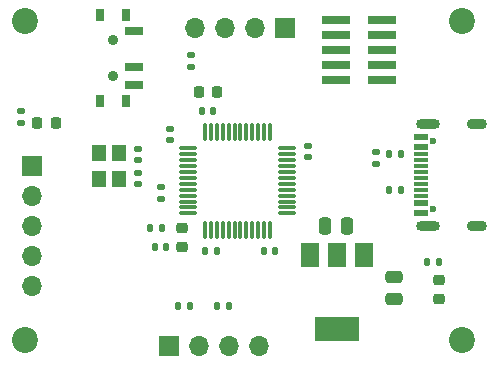
<source format=gbr>
%TF.GenerationSoftware,KiCad,Pcbnew,(6.0.5)*%
%TF.CreationDate,2022-05-28T10:37:04-07:00*%
%TF.ProjectId,stm32,73746d33-322e-46b6-9963-61645f706362,rev?*%
%TF.SameCoordinates,Original*%
%TF.FileFunction,Soldermask,Top*%
%TF.FilePolarity,Negative*%
%FSLAX46Y46*%
G04 Gerber Fmt 4.6, Leading zero omitted, Abs format (unit mm)*
G04 Created by KiCad (PCBNEW (6.0.5)) date 2022-05-28 10:37:04*
%MOMM*%
%LPD*%
G01*
G04 APERTURE LIST*
G04 Aperture macros list*
%AMRoundRect*
0 Rectangle with rounded corners*
0 $1 Rounding radius*
0 $2 $3 $4 $5 $6 $7 $8 $9 X,Y pos of 4 corners*
0 Add a 4 corners polygon primitive as box body*
4,1,4,$2,$3,$4,$5,$6,$7,$8,$9,$2,$3,0*
0 Add four circle primitives for the rounded corners*
1,1,$1+$1,$2,$3*
1,1,$1+$1,$4,$5*
1,1,$1+$1,$6,$7*
1,1,$1+$1,$8,$9*
0 Add four rect primitives between the rounded corners*
20,1,$1+$1,$2,$3,$4,$5,0*
20,1,$1+$1,$4,$5,$6,$7,0*
20,1,$1+$1,$6,$7,$8,$9,0*
20,1,$1+$1,$8,$9,$2,$3,0*%
G04 Aperture macros list end*
%ADD10RoundRect,0.218750X-0.218750X-0.256250X0.218750X-0.256250X0.218750X0.256250X-0.218750X0.256250X0*%
%ADD11R,1.700000X1.700000*%
%ADD12O,1.700000X1.700000*%
%ADD13RoundRect,0.140000X0.140000X0.170000X-0.140000X0.170000X-0.140000X-0.170000X0.140000X-0.170000X0*%
%ADD14RoundRect,0.140000X0.170000X-0.140000X0.170000X0.140000X-0.170000X0.140000X-0.170000X-0.140000X0*%
%ADD15RoundRect,0.135000X0.185000X-0.135000X0.185000X0.135000X-0.185000X0.135000X-0.185000X-0.135000X0*%
%ADD16RoundRect,0.250000X0.475000X-0.250000X0.475000X0.250000X-0.475000X0.250000X-0.475000X-0.250000X0*%
%ADD17R,2.400000X0.740000*%
%ADD18RoundRect,0.140000X-0.170000X0.140000X-0.170000X-0.140000X0.170000X-0.140000X0.170000X0.140000X0*%
%ADD19RoundRect,0.218750X-0.256250X0.218750X-0.256250X-0.218750X0.256250X-0.218750X0.256250X0.218750X0*%
%ADD20RoundRect,0.135000X-0.185000X0.135000X-0.185000X-0.135000X0.185000X-0.135000X0.185000X0.135000X0*%
%ADD21RoundRect,0.135000X0.135000X0.185000X-0.135000X0.185000X-0.135000X-0.185000X0.135000X-0.185000X0*%
%ADD22R,0.800000X1.000000*%
%ADD23C,0.900000*%
%ADD24R,1.500000X0.700000*%
%ADD25RoundRect,0.140000X-0.140000X-0.170000X0.140000X-0.170000X0.140000X0.170000X-0.140000X0.170000X0*%
%ADD26RoundRect,0.250000X-0.250000X-0.475000X0.250000X-0.475000X0.250000X0.475000X-0.250000X0.475000X0*%
%ADD27C,2.200000*%
%ADD28RoundRect,0.225000X-0.225000X-0.250000X0.225000X-0.250000X0.225000X0.250000X-0.225000X0.250000X0*%
%ADD29R,1.500000X2.000000*%
%ADD30R,3.800000X2.000000*%
%ADD31RoundRect,0.075000X-0.662500X-0.075000X0.662500X-0.075000X0.662500X0.075000X-0.662500X0.075000X0*%
%ADD32RoundRect,0.075000X-0.075000X-0.662500X0.075000X-0.662500X0.075000X0.662500X-0.075000X0.662500X0*%
%ADD33R,1.200000X1.400000*%
%ADD34C,0.600000*%
%ADD35R,1.160000X0.600000*%
%ADD36R,1.160000X0.300000*%
%ADD37O,1.700000X0.900000*%
%ADD38O,2.000000X0.900000*%
G04 APERTURE END LIST*
D10*
%TO.C,D2*%
X62062500Y-82600000D03*
X63637500Y-82600000D03*
%TD*%
D11*
%TO.C,J5*%
X61625000Y-86280000D03*
D12*
X61625000Y-88820000D03*
X61625000Y-91360000D03*
X61625000Y-93900000D03*
X61625000Y-96440000D03*
%TD*%
D13*
%TO.C,C5*%
X82180000Y-93450000D03*
X81220000Y-93450000D03*
%TD*%
D14*
%TO.C,C4*%
X73250000Y-84030000D03*
X73250000Y-83070000D03*
%TD*%
D15*
%TO.C,R2*%
X75050000Y-77860000D03*
X75050000Y-76840000D03*
%TD*%
D16*
%TO.C,C2*%
X92250000Y-97500000D03*
X92250000Y-95600000D03*
%TD*%
D17*
%TO.C,J3*%
X91200000Y-78990000D03*
X87300000Y-78990000D03*
X91200000Y-77720000D03*
X87300000Y-77720000D03*
X91200000Y-76450000D03*
X87300000Y-76450000D03*
X91200000Y-75180000D03*
X87300000Y-75180000D03*
X91200000Y-73910000D03*
X87300000Y-73910000D03*
%TD*%
D18*
%TO.C,C6*%
X85000000Y-84540000D03*
X85000000Y-85500000D03*
%TD*%
D11*
%TO.C,J2*%
X83050000Y-74550000D03*
D12*
X80510000Y-74550000D03*
X77970000Y-74550000D03*
X75430000Y-74550000D03*
%TD*%
D19*
%TO.C,FB1*%
X74300000Y-91525000D03*
X74300000Y-93100000D03*
%TD*%
D20*
%TO.C,R3*%
X90750000Y-85090000D03*
X90750000Y-86110000D03*
%TD*%
D21*
%TO.C,R5*%
X75010000Y-98100000D03*
X73990000Y-98100000D03*
%TD*%
D11*
%TO.C,J4*%
X73170000Y-101500000D03*
D12*
X75710000Y-101500000D03*
X78250000Y-101500000D03*
X80790000Y-101500000D03*
%TD*%
D21*
%TO.C,R4*%
X92850000Y-85250000D03*
X91830000Y-85250000D03*
%TD*%
D14*
%TO.C,C8*%
X72550000Y-89010000D03*
X72550000Y-88050000D03*
%TD*%
D22*
%TO.C,SW1*%
X69600000Y-80750000D03*
D23*
X68490000Y-78600000D03*
X68490000Y-75600000D03*
D22*
X69600000Y-73450000D03*
X67390000Y-80750000D03*
X67390000Y-73450000D03*
D24*
X70250000Y-74850000D03*
X70250000Y-77850000D03*
X70250000Y-79350000D03*
%TD*%
D15*
%TO.C,R8*%
X60650000Y-82610000D03*
X60650000Y-81590000D03*
%TD*%
D21*
%TO.C,R6*%
X78260000Y-98100000D03*
X77240000Y-98100000D03*
%TD*%
%TO.C,R7*%
X92810000Y-88250000D03*
X91790000Y-88250000D03*
%TD*%
D25*
%TO.C,C7*%
X76000000Y-81600000D03*
X76960000Y-81600000D03*
%TD*%
D26*
%TO.C,C1*%
X86400000Y-91350000D03*
X88300000Y-91350000D03*
%TD*%
D27*
%TO.C,H3*%
X98000000Y-74000000D03*
%TD*%
%TO.C,H2*%
X61000000Y-101000000D03*
%TD*%
D14*
%TO.C,C12*%
X70550000Y-85750000D03*
X70550000Y-84790000D03*
%TD*%
D28*
%TO.C,C3*%
X75725000Y-80000000D03*
X77275000Y-80000000D03*
%TD*%
D27*
%TO.C,H4*%
X98000000Y-101000000D03*
%TD*%
D29*
%TO.C,U1*%
X89750000Y-93750000D03*
X87450000Y-93750000D03*
D30*
X87450000Y-100050000D03*
D29*
X85150000Y-93750000D03*
%TD*%
D31*
%TO.C,U2*%
X74837500Y-84750000D03*
X74837500Y-85250000D03*
X74837500Y-85750000D03*
X74837500Y-86250000D03*
X74837500Y-86750000D03*
X74837500Y-87250000D03*
X74837500Y-87750000D03*
X74837500Y-88250000D03*
X74837500Y-88750000D03*
X74837500Y-89250000D03*
X74837500Y-89750000D03*
X74837500Y-90250000D03*
D32*
X76250000Y-91662500D03*
X76750000Y-91662500D03*
X77250000Y-91662500D03*
X77750000Y-91662500D03*
X78250000Y-91662500D03*
X78750000Y-91662500D03*
X79250000Y-91662500D03*
X79750000Y-91662500D03*
X80250000Y-91662500D03*
X80750000Y-91662500D03*
X81250000Y-91662500D03*
X81750000Y-91662500D03*
D31*
X83162500Y-90250000D03*
X83162500Y-89750000D03*
X83162500Y-89250000D03*
X83162500Y-88750000D03*
X83162500Y-88250000D03*
X83162500Y-87750000D03*
X83162500Y-87250000D03*
X83162500Y-86750000D03*
X83162500Y-86250000D03*
X83162500Y-85750000D03*
X83162500Y-85250000D03*
X83162500Y-84750000D03*
D32*
X81750000Y-83337500D03*
X81250000Y-83337500D03*
X80750000Y-83337500D03*
X80250000Y-83337500D03*
X79750000Y-83337500D03*
X79250000Y-83337500D03*
X78750000Y-83337500D03*
X78250000Y-83337500D03*
X77750000Y-83337500D03*
X77250000Y-83337500D03*
X76750000Y-83337500D03*
X76250000Y-83337500D03*
%TD*%
D13*
%TO.C,C10*%
X72980000Y-93100000D03*
X72020000Y-93100000D03*
%TD*%
D19*
%TO.C,D1*%
X96050000Y-95912500D03*
X96050000Y-97487500D03*
%TD*%
D14*
%TO.C,C13*%
X70550000Y-87750000D03*
X70550000Y-86790000D03*
%TD*%
D25*
%TO.C,C11*%
X76270000Y-93400000D03*
X77230000Y-93400000D03*
%TD*%
D13*
%TO.C,C9*%
X72580000Y-91480000D03*
X71620000Y-91480000D03*
%TD*%
D21*
%TO.C,R1*%
X96060000Y-94400000D03*
X95040000Y-94400000D03*
%TD*%
D33*
%TO.C,Y1*%
X67250000Y-85150000D03*
X67250000Y-87350000D03*
X68950000Y-87350000D03*
X68950000Y-85150000D03*
%TD*%
D34*
%TO.C,J1*%
X95575000Y-84110000D03*
X95575000Y-89890000D03*
D35*
X94515000Y-90200000D03*
X94515000Y-89400000D03*
D36*
X94515000Y-88250000D03*
X94515000Y-87250000D03*
X94515000Y-86750000D03*
X94515000Y-85750000D03*
D35*
X94515000Y-84600000D03*
X94515000Y-83800000D03*
X94515000Y-83800000D03*
X94515000Y-84600000D03*
D36*
X94515000Y-85250000D03*
X94515000Y-86250000D03*
X94515000Y-87750000D03*
X94515000Y-88750000D03*
D35*
X94515000Y-89400000D03*
X94515000Y-90200000D03*
D37*
X99265000Y-91320000D03*
D38*
X95095000Y-82680000D03*
D37*
X99265000Y-82680000D03*
D38*
X95095000Y-91320000D03*
%TD*%
D27*
%TO.C,H1*%
X61000000Y-74000000D03*
%TD*%
M02*

</source>
